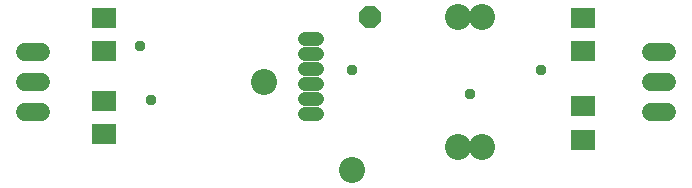
<source format=gbr>
G04 EAGLE Gerber RS-274X export*
G75*
%MOMM*%
%FSLAX34Y34*%
%LPD*%
%INSoldermask Bottom*%
%IPPOS*%
%AMOC8*
5,1,8,0,0,1.08239X$1,22.5*%
G01*
%ADD10C,2.203200*%
%ADD11C,1.524000*%
%ADD12C,1.211200*%
%ADD13R,2.006200X1.803200*%
%ADD14P,1.951982X8X202.500000*%
%ADD15C,0.959600*%


D10*
X235000Y75000D03*
X310000Y0D03*
X400000Y20000D03*
X420000Y20000D03*
X400000Y130000D03*
X420000Y130000D03*
D11*
X563396Y49600D02*
X576604Y49600D01*
X576604Y75000D02*
X563396Y75000D01*
X563396Y100400D02*
X576604Y100400D01*
X46604Y49600D02*
X33396Y49600D01*
X33396Y75000D02*
X46604Y75000D01*
X46604Y100400D02*
X33396Y100400D01*
D12*
X269960Y111750D02*
X280040Y111750D01*
X280040Y99050D02*
X269960Y99050D01*
X269960Y86350D02*
X280040Y86350D01*
X280040Y73650D02*
X269960Y73650D01*
X269960Y60950D02*
X280040Y60950D01*
X280040Y48250D02*
X269960Y48250D01*
D13*
X100000Y30780D03*
X100000Y59220D03*
X100000Y100780D03*
X100000Y129220D03*
X505000Y25780D03*
X505000Y54220D03*
X505000Y100780D03*
X505000Y129220D03*
D14*
X325000Y130000D03*
D15*
X470000Y85000D03*
X410000Y65000D03*
X140000Y60000D03*
X130000Y105000D03*
X310000Y85000D03*
M02*

</source>
